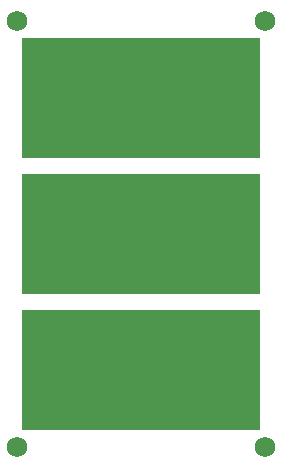
<source format=gbr>
G04*
G04 #@! TF.GenerationSoftware,Altium Limited,Altium Designer,23.10.1 (27)*
G04*
G04 Layer_Color=16711935*
%FSLAX44Y44*%
%MOMM*%
G71*
G04*
G04 #@! TF.SameCoordinates,C40AB362-5B66-420F-9F68-920D16D289EC*
G04*
G04*
G04 #@! TF.FilePolarity,Negative*
G04*
G01*
G75*
%ADD27C,1.7272*%
%ADD31R,20.2540X10.2540*%
D27*
X230000Y380000D02*
D03*
X20000D02*
D03*
X230000Y20000D02*
D03*
X20000D02*
D03*
D31*
X125000Y200000D02*
D03*
Y85000D02*
D03*
Y315000D02*
D03*
M02*

</source>
